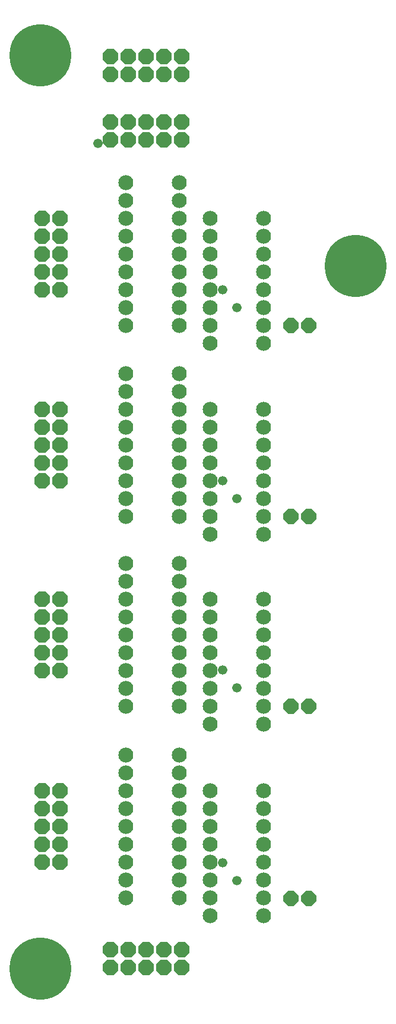
<source format=gts>
G75*
%MOIN*%
%OFA0B0*%
%FSLAX24Y24*%
%IPPOS*%
%LPD*%
%AMOC8*
5,1,8,0,0,1.08239X$1,22.5*
%
%ADD10C,0.0840*%
%ADD11OC8,0.0880*%
%ADD12OC8,0.0840*%
%ADD13C,0.3470*%
%ADD14C,0.0522*%
D10*
X016318Y010078D03*
X016318Y011078D03*
X016318Y012078D03*
X016318Y013078D03*
X016318Y014078D03*
X016318Y015078D03*
X016318Y016078D03*
X016318Y017078D03*
X016318Y018078D03*
X016318Y020826D03*
X016318Y021826D03*
X016318Y022826D03*
X016318Y023826D03*
X016318Y024826D03*
X016318Y025826D03*
X016318Y026826D03*
X016318Y027826D03*
X016318Y028826D03*
X016318Y031456D03*
X016318Y032456D03*
X016318Y033456D03*
X016318Y034456D03*
X016318Y035456D03*
X016318Y036456D03*
X016318Y037456D03*
X016318Y038456D03*
X016318Y039456D03*
X016318Y042164D03*
X016318Y043164D03*
X016318Y044164D03*
X016318Y045164D03*
X016318Y046164D03*
X016318Y047164D03*
X016318Y048164D03*
X016318Y049164D03*
X016318Y050164D03*
X019318Y050164D03*
X019318Y049164D03*
X019318Y048164D03*
X019318Y047164D03*
X019318Y046164D03*
X019318Y045164D03*
X019318Y044164D03*
X019318Y043164D03*
X019318Y042164D03*
X019318Y039456D03*
X019318Y038456D03*
X019318Y037456D03*
X019318Y036456D03*
X019318Y035456D03*
X019318Y034456D03*
X019318Y033456D03*
X019318Y032456D03*
X019318Y031456D03*
X019318Y028826D03*
X019318Y027826D03*
X019318Y026826D03*
X019318Y025826D03*
X019318Y024826D03*
X019318Y023826D03*
X019318Y022826D03*
X019318Y021826D03*
X019318Y020826D03*
X019318Y018078D03*
X019318Y017078D03*
X019318Y016078D03*
X019318Y015078D03*
X019318Y014078D03*
X019318Y013078D03*
X019318Y012078D03*
X019318Y011078D03*
X019318Y010078D03*
X021042Y010078D03*
X021042Y009078D03*
X021042Y011078D03*
X021042Y012078D03*
X021042Y013078D03*
X021042Y014078D03*
X021042Y015078D03*
X021042Y016078D03*
X021042Y019826D03*
X021042Y020826D03*
X021042Y021826D03*
X021042Y022826D03*
X021042Y023826D03*
X021042Y024826D03*
X021042Y025826D03*
X021042Y026826D03*
X021042Y030456D03*
X021042Y031456D03*
X021042Y032456D03*
X021042Y033456D03*
X021042Y034456D03*
X021042Y035456D03*
X021042Y036456D03*
X021042Y037456D03*
X021042Y041164D03*
X021042Y042164D03*
X021042Y043164D03*
X021042Y044164D03*
X021042Y045164D03*
X021042Y046164D03*
X021042Y047164D03*
X021042Y048164D03*
X024042Y048164D03*
X024042Y047164D03*
X024042Y046164D03*
X024042Y045164D03*
X024042Y044164D03*
X024042Y043164D03*
X024042Y042164D03*
X024042Y041164D03*
X024042Y037456D03*
X024042Y036456D03*
X024042Y035456D03*
X024042Y034456D03*
X024042Y033456D03*
X024042Y032456D03*
X024042Y031456D03*
X024042Y030456D03*
X024042Y026826D03*
X024042Y025826D03*
X024042Y024826D03*
X024042Y023826D03*
X024042Y022826D03*
X024042Y021826D03*
X024042Y020826D03*
X024042Y019826D03*
X024042Y016078D03*
X024042Y015078D03*
X024042Y014078D03*
X024042Y013078D03*
X024042Y012078D03*
X024042Y011078D03*
X024042Y010078D03*
X024042Y009078D03*
D11*
X019452Y007196D03*
X019452Y006196D03*
X018452Y006196D03*
X018452Y007196D03*
X017452Y007196D03*
X017452Y006196D03*
X016452Y006196D03*
X016452Y007196D03*
X015452Y007196D03*
X015452Y006196D03*
X012609Y012078D03*
X012609Y013078D03*
X012609Y014078D03*
X012609Y015078D03*
X012609Y016078D03*
X011609Y016078D03*
X011609Y015078D03*
X011609Y014078D03*
X011609Y013078D03*
X011609Y012078D03*
X011609Y022826D03*
X011609Y023826D03*
X011609Y024826D03*
X011609Y025826D03*
X011609Y026826D03*
X012609Y026826D03*
X012609Y025826D03*
X012609Y024826D03*
X012609Y023826D03*
X012609Y022826D03*
X012609Y033456D03*
X012609Y034456D03*
X012609Y035456D03*
X012609Y036456D03*
X012609Y037456D03*
X011609Y037456D03*
X011609Y036456D03*
X011609Y035456D03*
X011609Y034456D03*
X011609Y033456D03*
X011609Y044164D03*
X011609Y045164D03*
X011609Y046164D03*
X011609Y047164D03*
X011609Y048164D03*
X012609Y048164D03*
X012609Y047164D03*
X012609Y046164D03*
X012609Y045164D03*
X012609Y044164D03*
X015452Y052554D03*
X015452Y053554D03*
X016452Y053554D03*
X016452Y052554D03*
X017452Y052554D03*
X017452Y053554D03*
X018452Y053554D03*
X018452Y052554D03*
X019452Y052554D03*
X019452Y053554D03*
X019452Y056235D03*
X019452Y057235D03*
X018452Y057235D03*
X018452Y056235D03*
X017452Y056235D03*
X017452Y057235D03*
X016452Y057235D03*
X016452Y056235D03*
X015452Y056235D03*
X015452Y057235D03*
D12*
X025586Y042164D03*
X026586Y042164D03*
X026586Y031456D03*
X025586Y031456D03*
X025586Y020826D03*
X026586Y020826D03*
X026586Y010062D03*
X025586Y010062D03*
D13*
X011519Y006125D03*
X029235Y045495D03*
X011519Y057306D03*
D14*
X014750Y052353D03*
X021750Y044156D03*
X022550Y043156D03*
X021750Y033456D03*
X022550Y032456D03*
X021750Y022856D03*
X022550Y021856D03*
X021750Y012056D03*
X022550Y011056D03*
M02*

</source>
